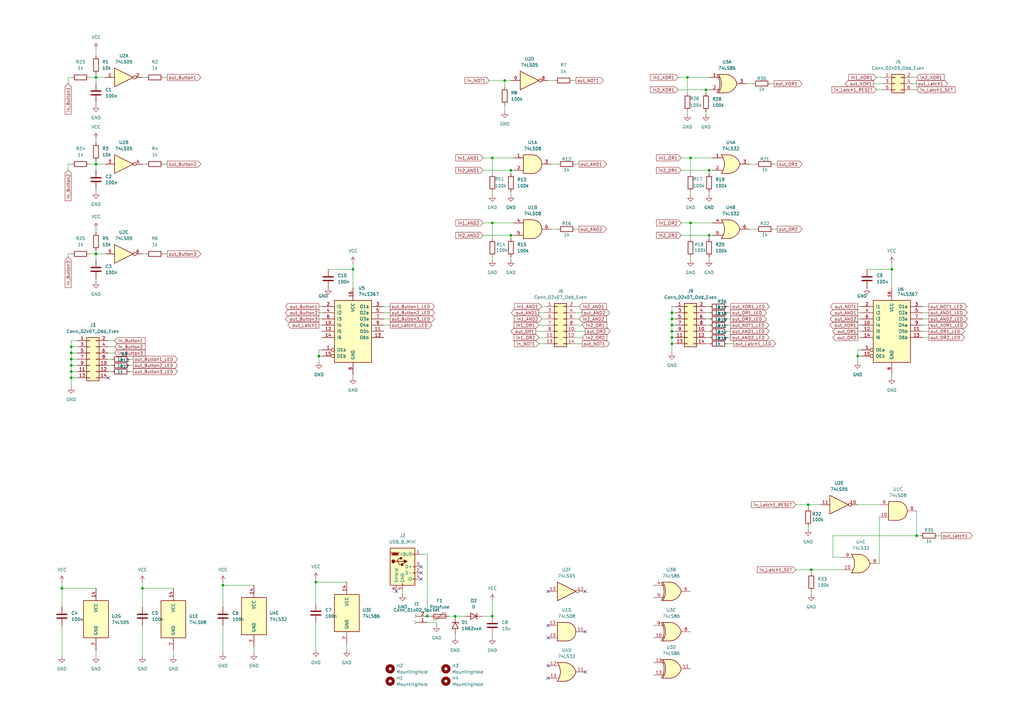
<source format=kicad_sch>
(kicad_sch (version 20231120) (generator "eeschema") (generator_version "8.0")
  (paper "A3")
  (title_block (title "Logic Board") (date "2025-04-17") (rev "027/00") (company "redlabs.de"))
  (junction (at 29.21 152.4))
  (junction (at 207.01 33.02))
  (junction (at 175.26 252.73))
  (junction (at 209.55 69.85))
  (junction (at 201.93 252.73))
  (junction (at 209.55 96.52))
  (junction (at 275.59 133.35))
  (junction (at 29.21 144.78))
  (junction (at 275.59 140.97))
  (junction (at 331.47 207.01))
  (junction (at 186.69 252.73))
  (junction (at 29.21 142.24))
  (junction (at 29.21 149.86))
  (junction (at 130.81 146.05))
  (junction (at 25.4 241.3))
  (junction (at 39.37 31.75))
  (junction (at 58.42 241.3))
  (junction (at 375.92 219.71))
  (junction (at 283.21 91.44))
  (junction (at 201.93 64.77))
  (junction (at 39.37 67.31))
  (junction (at 290.83 69.85))
  (junction (at 275.59 128.27))
  (junction (at 289.56 36.83))
  (junction (at 275.59 135.89))
  (junction (at 365.76 110.49))
  (junction (at 275.59 130.81))
  (junction (at 129.54 238.76))
  (junction (at 144.78 110.49))
  (junction (at 281.94 31.75))
  (junction (at 29.21 147.32))
  (junction (at 29.21 154.94))
  (junction (at 39.37 104.14))
  (junction (at 283.21 64.77))
  (junction (at 351.79 146.05))
  (junction (at 201.93 91.44))
  (junction (at 91.44 240.03))
  (junction (at 275.59 138.43))
  (junction (at 332.74 233.68))
  (junction (at 290.83 96.52))
  (no_connect (at 172.72 237.49))
  (no_connect (at 240.03 242.57))
  (no_connect (at 162.56 242.57))
  (no_connect (at 224.79 273.05))
  (no_connect (at 224.79 261.62))
  (no_connect (at 224.79 278.13))
  (no_connect (at 172.72 234.95))
  (no_connect (at 240.03 259.08))
  (no_connect (at 240.03 275.59))
  (no_connect (at 224.79 242.57))
  (no_connect (at 224.79 256.54))
  (no_connect (at 172.72 232.41))
  (no_connect (at 44.45 154.94))
  (wire (pts (xy 290.83 133.35) (xy 289.56 133.35)))
  (wire (pts (xy 91.44 240.03) (xy 91.44 248.92)))
  (wire (pts (xy 290.83 69.85) (xy 290.83 71.12)))
  (wire (pts (xy 374.65 34.29) (xy 375.92 34.29)))
  (wire (pts (xy 29.21 152.4) (xy 29.21 154.94)))
  (wire (pts (xy 226.06 67.31) (xy 228.6 67.31)))
  (wire (pts (xy 375.92 219.71) (xy 341.63 219.71)))
  (wire (pts (xy 353.06 143.51) (xy 351.79 143.51)))
  (wire (pts (xy 27.94 31.75) (xy 27.94 34.29)))
  (wire (pts (xy 279.4 91.44) (xy 283.21 91.44)))
  (wire (pts (xy 281.94 31.75) (xy 290.83 31.75)))
  (wire (pts (xy 289.56 46.99) (xy 289.56 45.72)))
  (wire (pts (xy 378.46 128.27) (xy 381 128.27)))
  (wire (pts (xy 209.55 96.52) (xy 209.55 97.79)))
  (wire (pts (xy 289.56 36.83) (xy 290.83 36.83)))
  (wire (pts (xy 31.75 144.78) (xy 29.21 144.78)))
  (wire (pts (xy 31.75 149.86) (xy 29.21 149.86)))
  (wire (pts (xy 157.48 128.27) (xy 160.02 128.27)))
  (wire (pts (xy 31.75 154.94) (xy 29.21 154.94)))
  (wire (pts (xy 289.56 140.97) (xy 290.83 140.97)))
  (wire (pts (xy 236.22 130.81) (xy 237.49 130.81)))
  (wire (pts (xy 54.61 149.86) (xy 53.34 149.86)))
  (wire (pts (xy 179.07 256.54) (xy 179.07 255.27)))
  (wire (pts (xy 375.92 209.55) (xy 375.92 219.71)))
  (wire (pts (xy 306.07 34.29) (xy 308.61 34.29)))
  (wire (pts (xy 317.5 67.31) (xy 318.77 67.31)))
  (wire (pts (xy 307.34 93.98) (xy 309.88 93.98)))
  (wire (pts (xy 130.81 143.51) (xy 130.81 146.05)))
  (wire (pts (xy 331.47 207.01) (xy 331.47 208.28)))
  (wire (pts (xy 226.06 93.98) (xy 228.6 93.98)))
  (wire (pts (xy 289.56 36.83) (xy 289.56 38.1)))
  (wire (pts (xy 130.81 146.05) (xy 132.08 146.05)))
  (wire (pts (xy 129.54 237.49) (xy 129.54 238.76)))
  (wire (pts (xy 54.61 147.32) (xy 53.34 147.32)))
  (wire (pts (xy 39.37 41.91) (xy 39.37 43.18)))
  (wire (pts (xy 290.83 138.43) (xy 289.56 138.43)))
  (wire (pts (xy 198.12 64.77) (xy 201.93 64.77)))
  (wire (pts (xy 290.83 96.52) (xy 290.83 97.79)))
  (wire (pts (xy 219.71 135.89) (xy 223.52 135.89)))
  (wire (pts (xy 298.45 140.97) (xy 300.99 140.97)))
  (wire (pts (xy 39.37 57.15) (xy 39.37 58.42)))
  (wire (pts (xy 144.78 107.95) (xy 144.78 110.49)))
  (wire (pts (xy 209.55 96.52) (xy 210.82 96.52)))
  (wire (pts (xy 91.44 256.54) (xy 91.44 267.97)))
  (wire (pts (xy 290.83 106.68) (xy 290.83 105.41)))
  (wire (pts (xy 175.26 227.33) (xy 175.26 252.73)))
  (wire (pts (xy 378.46 135.89) (xy 381 135.89)))
  (wire (pts (xy 39.37 266.7) (xy 39.37 269.24)))
  (wire (pts (xy 298.45 128.27) (xy 299.72 128.27)))
  (wire (pts (xy 222.25 125.73) (xy 223.52 125.73)))
  (wire (pts (xy 29.21 142.24) (xy 29.21 144.78)))
  (wire (pts (xy 317.5 93.98) (xy 318.77 93.98)))
  (wire (pts (xy 351.79 143.51) (xy 351.79 146.05)))
  (wire (pts (xy 283.21 91.44) (xy 292.1 91.44)))
  (wire (pts (xy 290.83 96.52) (xy 292.1 96.52)))
  (wire (pts (xy 58.42 31.75) (xy 59.69 31.75)))
  (wire (pts (xy 331.47 217.17) (xy 331.47 215.9)))
  (wire (pts (xy 351.79 138.43) (xy 353.06 138.43)))
  (wire (pts (xy 290.83 80.01) (xy 290.83 78.74)))
  (wire (pts (xy 207.01 45.72) (xy 207.01 43.18)))
  (wire (pts (xy 279.4 69.85) (xy 290.83 69.85)))
  (wire (pts (xy 279.4 96.52) (xy 290.83 96.52)))
  (wire (pts (xy 44.45 149.86) (xy 45.72 149.86)))
  (wire (pts (xy 298.45 133.35) (xy 299.72 133.35)))
  (wire (pts (xy 351.79 135.89) (xy 353.06 135.89)))
  (wire (pts (xy 275.59 140.97) (xy 275.59 144.78)))
  (wire (pts (xy 276.86 140.97) (xy 275.59 140.97)))
  (wire (pts (xy 220.98 128.27) (xy 223.52 128.27)))
  (wire (pts (xy 365.76 107.95) (xy 365.76 110.49)))
  (wire (pts (xy 58.42 238.76) (xy 58.42 241.3)))
  (wire (pts (xy 201.93 106.68) (xy 201.93 105.41)))
  (wire (pts (xy 355.6 110.49) (xy 365.76 110.49)))
  (wire (pts (xy 31.75 147.32) (xy 29.21 147.32)))
  (wire (pts (xy 144.78 110.49) (xy 144.78 118.11)))
  (wire (pts (xy 360.68 212.09) (xy 360.68 231.14)))
  (wire (pts (xy 39.37 67.31) (xy 43.18 67.31)))
  (wire (pts (xy 209.55 69.85) (xy 209.55 71.12)))
  (wire (pts (xy 39.37 77.47) (xy 39.37 78.74)))
  (wire (pts (xy 298.45 125.73) (xy 299.72 125.73)))
  (wire (pts (xy 39.37 31.75) (xy 43.18 31.75)))
  (wire (pts (xy 54.61 152.4) (xy 53.34 152.4)))
  (wire (pts (xy 31.75 152.4) (xy 29.21 152.4)))
  (wire (pts (xy 351.79 130.81) (xy 353.06 130.81)))
  (wire (pts (xy 39.37 104.14) (xy 43.18 104.14)))
  (wire (pts (xy 39.37 66.04) (xy 39.37 67.31)))
  (wire (pts (xy 130.81 125.73) (xy 132.08 125.73)))
  (wire (pts (xy 290.83 135.89) (xy 289.56 135.89)))
  (wire (pts (xy 316.23 34.29) (xy 317.5 34.29)))
  (wire (pts (xy 351.79 128.27) (xy 353.06 128.27)))
  (wire (pts (xy 58.42 241.3) (xy 58.42 248.92)))
  (wire (pts (xy 283.21 106.68) (xy 283.21 105.41)))
  (wire (pts (xy 201.93 246.38) (xy 201.93 252.73)))
  (wire (pts (xy 275.59 128.27) (xy 275.59 130.81)))
  (wire (pts (xy 157.48 130.81) (xy 160.02 130.81)))
  (wire (pts (xy 281.94 38.1) (xy 281.94 31.75)))
  (wire (pts (xy 236.22 125.73) (xy 237.49 125.73)))
  (wire (pts (xy 222.25 130.81) (xy 223.52 130.81)))
  (wire (pts (xy 25.4 241.3) (xy 39.37 241.3)))
  (wire (pts (xy 358.14 34.29) (xy 361.95 34.29)))
  (wire (pts (xy 289.56 130.81) (xy 290.83 130.81)))
  (wire (pts (xy 276.86 138.43) (xy 275.59 138.43)))
  (wire (pts (xy 351.79 133.35) (xy 353.06 133.35)))
  (wire (pts (xy 39.37 30.48) (xy 39.37 31.75)))
  (wire (pts (xy 331.47 207.01) (xy 336.55 207.01)))
  (wire (pts (xy 184.15 252.73) (xy 186.69 252.73)))
  (wire (pts (xy 58.42 256.54) (xy 58.42 269.24)))
  (wire (pts (xy 351.79 146.05) (xy 353.06 146.05)))
  (wire (pts (xy 209.55 69.85) (xy 210.82 69.85)))
  (wire (pts (xy 39.37 67.31) (xy 39.37 69.85)))
  (wire (pts (xy 278.13 36.83) (xy 289.56 36.83)))
  (wire (pts (xy 341.63 228.6) (xy 345.44 228.6)))
  (wire (pts (xy 236.22 133.35) (xy 238.76 133.35)))
  (wire (pts (xy 39.37 114.3) (xy 39.37 115.57)))
  (wire (pts (xy 36.83 31.75) (xy 39.37 31.75)))
  (wire (pts (xy 31.75 142.24) (xy 29.21 142.24)))
  (wire (pts (xy 283.21 71.12) (xy 283.21 64.77)))
  (wire (pts (xy 186.69 252.73) (xy 190.5 252.73)))
  (wire (pts (xy 201.93 71.12) (xy 201.93 64.77)))
  (wire (pts (xy 236.22 138.43) (xy 238.76 138.43)))
  (wire (pts (xy 378.46 133.35) (xy 381 133.35)))
  (wire (pts (xy 384.81 219.71) (xy 386.08 219.71)))
  (wire (pts (xy 236.22 135.89) (xy 240.03 135.89)))
  (wire (pts (xy 359.41 36.83) (xy 361.95 36.83)))
  (wire (pts (xy 44.45 139.7) (xy 46.99 139.7)))
  (wire (pts (xy 31.75 139.7) (xy 29.21 139.7)))
  (wire (pts (xy 67.31 104.14) (xy 68.58 104.14)))
  (wire (pts (xy 25.4 238.76) (xy 25.4 241.3)))
  (wire (pts (xy 201.93 91.44) (xy 210.82 91.44)))
  (wire (pts (xy 29.21 154.94) (xy 29.21 158.75)))
  (wire (pts (xy 359.41 31.75) (xy 361.95 31.75)))
  (wire (pts (xy 332.74 233.68) (xy 332.74 234.95)))
  (wire (pts (xy 332.74 233.68) (xy 345.44 233.68)))
  (wire (pts (xy 275.59 130.81) (xy 275.59 133.35)))
  (wire (pts (xy 91.44 238.76) (xy 91.44 240.03)))
  (wire (pts (xy 275.59 138.43) (xy 275.59 140.97)))
  (wire (pts (xy 198.12 91.44) (xy 201.93 91.44)))
  (wire (pts (xy 44.45 147.32) (xy 45.72 147.32)))
  (wire (pts (xy 365.76 110.49) (xy 365.76 118.11)))
  (wire (pts (xy 25.4 248.92) (xy 25.4 241.3)))
  (wire (pts (xy 27.94 67.31) (xy 27.94 69.85)))
  (wire (pts (xy 129.54 255.27) (xy 129.54 266.7)))
  (wire (pts (xy 130.81 130.81) (xy 132.08 130.81)))
  (wire (pts (xy 332.74 243.84) (xy 332.74 242.57)))
  (wire (pts (xy 378.46 138.43) (xy 381 138.43)))
  (wire (pts (xy 283.21 80.01) (xy 283.21 78.74)))
  (wire (pts (xy 67.31 67.31) (xy 68.58 67.31)))
  (wire (pts (xy 27.94 104.14) (xy 27.94 105.41)))
  (wire (pts (xy 27.94 31.75) (xy 29.21 31.75)))
  (wire (pts (xy 165.1 242.57) (xy 165.1 243.84)))
  (wire (pts (xy 36.83 67.31) (xy 39.37 67.31)))
  (wire (pts (xy 39.37 93.98) (xy 39.37 95.25)))
  (wire (pts (xy 104.14 265.43) (xy 104.14 267.97)))
  (wire (pts (xy 71.12 266.7) (xy 71.12 269.24)))
  (wire (pts (xy 289.56 128.27) (xy 290.83 128.27)))
  (wire (pts (xy 275.59 125.73) (xy 275.59 128.27)))
  (wire (pts (xy 207.01 33.02) (xy 209.55 33.02)))
  (wire (pts (xy 129.54 238.76) (xy 129.54 247.65)))
  (wire (pts (xy 201.93 97.79) (xy 201.93 91.44)))
  (wire (pts (xy 220.98 133.35) (xy 223.52 133.35)))
  (wire (pts (xy 276.86 128.27) (xy 275.59 128.27)))
  (wire (pts (xy 198.12 252.73) (xy 201.93 252.73)))
  (wire (pts (xy 236.22 140.97) (xy 238.76 140.97)))
  (wire (pts (xy 365.76 153.67) (xy 365.76 154.94)))
  (wire (pts (xy 129.54 238.76) (xy 142.24 238.76)))
  (wire (pts (xy 27.94 67.31) (xy 29.21 67.31)))
  (wire (pts (xy 289.56 125.73) (xy 290.83 125.73)))
  (wire (pts (xy 29.21 139.7) (xy 29.21 142.24)))
  (wire (pts (xy 276.86 133.35) (xy 275.59 133.35)))
  (wire (pts (xy 276.86 135.89) (xy 275.59 135.89)))
  (wire (pts (xy 132.08 143.51) (xy 130.81 143.51)))
  (wire (pts (xy 375.92 219.71) (xy 377.19 219.71)))
  (wire (pts (xy 220.98 140.97) (xy 223.52 140.97)))
  (wire (pts (xy 275.59 135.89) (xy 275.59 138.43)))
  (wire (pts (xy 351.79 125.73) (xy 353.06 125.73)))
  (wire (pts (xy 298.45 130.81) (xy 299.72 130.81)))
  (wire (pts (xy 44.45 142.24) (xy 46.99 142.24)))
  (wire (pts (xy 186.69 260.35) (xy 186.69 261.62)))
  (wire (pts (xy 326.39 207.01) (xy 331.47 207.01)))
  (wire (pts (xy 374.65 36.83) (xy 375.92 36.83)))
  (wire (pts (xy 39.37 20.32) (xy 39.37 22.86)))
  (wire (pts (xy 341.63 219.71) (xy 341.63 228.6)))
  (wire (pts (xy 25.4 256.54) (xy 25.4 269.24)))
  (wire (pts (xy 201.93 80.01) (xy 201.93 78.74)))
  (wire (pts (xy 326.39 233.68) (xy 332.74 233.68)))
  (wire (pts (xy 209.55 106.68) (xy 209.55 105.41)))
  (wire (pts (xy 157.48 125.73) (xy 160.02 125.73)))
  (wire (pts (xy 130.81 148.59) (xy 130.81 146.05)))
  (wire (pts (xy 91.44 240.03) (xy 104.14 240.03)))
  (wire (pts (xy 175.26 252.73) (xy 176.53 252.73)))
  (wire (pts (xy 67.31 31.75) (xy 68.58 31.75)))
  (wire (pts (xy 236.22 128.27) (xy 238.76 128.27)))
  (wire (pts (xy 29.21 144.78) (xy 29.21 147.32)))
  (wire (pts (xy 234.95 33.02) (xy 236.22 33.02)))
  (wire (pts (xy 374.65 31.75) (xy 375.92 31.75)))
  (wire (pts (xy 209.55 80.01) (xy 209.55 78.74)))
  (wire (pts (xy 144.78 153.67) (xy 144.78 154.94)))
  (wire (pts (xy 198.12 69.85) (xy 209.55 69.85)))
  (wire (pts (xy 298.45 135.89) (xy 299.72 135.89)))
  (wire (pts (xy 236.22 67.31) (xy 237.49 67.31)))
  (wire (pts (xy 378.46 130.81) (xy 381 130.81)))
  (wire (pts (xy 281.94 46.99) (xy 281.94 45.72)))
  (wire (pts (xy 44.45 144.78) (xy 46.99 144.78)))
  (wire (pts (xy 224.79 33.02) (xy 227.33 33.02)))
  (wire (pts (xy 27.94 104.14) (xy 29.21 104.14)))
  (wire (pts (xy 207.01 35.56) (xy 207.01 33.02)))
  (wire (pts (xy 351.79 148.59) (xy 351.79 146.05)))
  (wire (pts (xy 276.86 130.81) (xy 275.59 130.81)))
  (wire (pts (xy 201.93 260.35) (xy 201.93 261.62)))
  (wire (pts (xy 283.21 64.77) (xy 292.1 64.77)))
  (wire (pts (xy 307.34 67.31) (xy 309.88 67.31)))
  (wire (pts (xy 220.98 138.43) (xy 223.52 138.43)))
  (wire (pts (xy 142.24 264.16) (xy 142.24 266.7)))
  (wire (pts (xy 39.37 104.14) (xy 39.37 106.68)))
  (wire (pts (xy 29.21 149.86) (xy 29.21 152.4)))
  (wire (pts (xy 236.22 93.98) (xy 237.49 93.98)))
  (wire (pts (xy 200.66 33.02) (xy 207.01 33.02)))
  (wire (pts (xy 130.81 133.35) (xy 132.08 133.35)))
  (wire (pts (xy 275.59 133.35) (xy 275.59 135.89)))
  (wire (pts (xy 44.45 152.4) (xy 45.72 152.4)))
  (wire (pts (xy 378.46 125.73) (xy 381 125.73)))
  (wire (pts (xy 36.83 104.14) (xy 39.37 104.14)))
  (wire (pts (xy 279.4 64.77) (xy 283.21 64.77)))
  (wire (pts (xy 39.37 31.75) (xy 39.37 34.29)))
  (wire (pts (xy 298.45 138.43) (xy 299.72 138.43)))
  (wire (pts (xy 172.72 227.33) (xy 175.26 227.33)))
  (wire (pts (xy 130.81 128.27) (xy 132.08 128.27)))
  (wire (pts (xy 29.21 147.32) (xy 29.21 149.86)))
  (wire (pts (xy 276.86 125.73) (xy 275.59 125.73)))
  (wire (pts (xy 134.62 110.49) (xy 144.78 110.49)))
  (wire (pts (xy 157.48 133.35) (xy 160.02 133.35)))
  (wire (pts (xy 58.42 241.3) (xy 71.12 241.3)))
  (wire (pts (xy 201.93 64.77) (xy 210.82 64.77)))
  (wire (pts (xy 278.13 31.75) (xy 281.94 31.75)))
  (wire (pts (xy 58.42 104.14) (xy 59.69 104.14)))
  (wire (pts (xy 58.42 67.31) (xy 59.69 67.31)))
  (wire (pts (xy 290.83 69.85) (xy 292.1 69.85)))
  (wire (pts (xy 351.79 207.01) (xy 360.68 207.01)))
  (wire (pts (xy 39.37 102.87) (xy 39.37 104.14)))
  (wire (pts (xy 175.26 255.27) (xy 179.07 255.27)))
  (wire (pts (xy 198.12 96.52) (xy 209.55 96.52)))
  (wire (pts (xy 283.21 97.79) (xy 283.21 91.44)))
  (global_label "out_NOT1" (shape output) (at 236.22 33.02 0) (property "Intersheetrefs" "${INTERSHEET_REFS}" (effects (hide yes))))
  (global_label "in1_OR1" (shape input) (at 220.98 133.35 180) (property "Intersheetrefs" "${INTERSHEET_REFS}" (effects (hide yes))))
  (global_label "out_Latch1_LED" (shape output) (at 300.99 140.97 0) (property "Intersheetrefs" "${INTERSHEET_REFS}" (effects (hide yes))))
  (global_label "out_Button1" (shape output) (at 130.81 125.73 180) (property "Intersheetrefs" "${INTERSHEET_REFS}" (effects (hide yes))))
  (global_label "out_XOR1" (shape output) (at 317.5 34.29 0) (property "Intersheetrefs" "${INTERSHEET_REFS}" (effects (hide yes))))
  (global_label "out_Button1" (shape output) (at 68.58 31.75 0) (property "Intersheetrefs" "${INTERSHEET_REFS}" (effects (hide yes))))
  (global_label "out_AND2" (shape output) (at 351.79 130.81 180) (property "Intersheetrefs" "${INTERSHEET_REFS}" (effects (hide yes))))
  (global_label "out_Button2" (shape output) (at 68.58 67.31 0) (property "Intersheetrefs" "${INTERSHEET_REFS}" (effects (hide yes))))
  (global_label "in2_AND2" (shape input) (at 198.12 96.52 180) (property "Intersheetrefs" "${INTERSHEET_REFS}" (effects (hide yes))))
  (global_label "out_OR2_LED" (shape output) (at 299.72 130.81 0) (property "Intersheetrefs" "${INTERSHEET_REFS}" (effects (hide yes))))
  (global_label "in_Latch1_SET" (shape input) (at 326.39 233.68 180) (property "Intersheetrefs" "${INTERSHEET_REFS}" (effects (hide yes))))
  (global_label "out_AND1" (shape output) (at 351.79 128.27 180) (property "Intersheetrefs" "${INTERSHEET_REFS}" (effects (hide yes))))
  (global_label "in1_AND1" (shape input) (at 222.25 125.73 180) (property "Intersheetrefs" "${INTERSHEET_REFS}" (effects (hide yes))))
  (global_label "in_Button2" (shape input) (at 27.94 69.85 270) (property "Intersheetrefs" "${INTERSHEET_REFS}" (effects (hide yes))))
  (global_label "out_XOR1" (shape output) (at 358.14 34.29 180) (property "Intersheetrefs" "${INTERSHEET_REFS}" (effects (hide yes))))
  (global_label "out_AND2_LED" (shape output) (at 381 130.81 0) (property "Intersheetrefs" "${INTERSHEET_REFS}" (effects (hide yes))))
  (global_label "in1_XOR1" (shape input) (at 278.13 31.75 180) (property "Intersheetrefs" "${INTERSHEET_REFS}" (effects (hide yes))))
  (global_label "out_XOR1_LED" (shape output) (at 381 133.35 0) (property "Intersheetrefs" "${INTERSHEET_REFS}" (effects (hide yes))))
  (global_label "out_OR2" (shape output) (at 351.79 138.43 180) (property "Intersheetrefs" "${INTERSHEET_REFS}" (effects (hide yes))))
  (global_label "out_Button2" (shape output) (at 130.81 128.27 180) (property "Intersheetrefs" "${INTERSHEET_REFS}" (effects (hide yes))))
  (global_label "in1_AND2" (shape input) (at 222.25 130.81 180) (property "Intersheetrefs" "${INTERSHEET_REFS}" (effects (hide yes))))
  (global_label "out_AND2_LED" (shape output) (at 299.72 138.43 0) (property "Intersheetrefs" "${INTERSHEET_REFS}" (effects (hide yes))))
  (global_label "in2_OR1" (shape input) (at 279.4 69.85 180) (property "Intersheetrefs" "${INTERSHEET_REFS}" (effects (hide yes))))
  (global_label "out_Button2_LED" (shape output) (at 54.61 149.86 0) (property "Intersheetrefs" "${INTERSHEET_REFS}" (effects (hide yes))))
  (global_label "in1_AND1" (shape input) (at 198.12 64.77 180) (property "Intersheetrefs" "${INTERSHEET_REFS}" (effects (hide yes))))
  (global_label "out_Button3" (shape output) (at 68.58 104.14 0) (property "Intersheetrefs" "${INTERSHEET_REFS}" (effects (hide yes))))
  (global_label "out_AND1" (shape output) (at 237.49 67.31 0) (property "Intersheetrefs" "${INTERSHEET_REFS}" (effects (hide yes))))
  (global_label "in2_XOR1" (shape input) (at 278.13 36.83 180) (property "Intersheetrefs" "${INTERSHEET_REFS}" (effects (hide yes))))
  (global_label "in2_OR2" (shape input) (at 238.76 138.43 0) (property "Intersheetrefs" "${INTERSHEET_REFS}" (effects (hide yes))))
  (global_label "in2_AND1" (shape input) (at 198.12 69.85 180) (property "Intersheetrefs" "${INTERSHEET_REFS}" (effects (hide yes))))
  (global_label "out_OR1" (shape output) (at 219.71 135.89 180) (property "Intersheetrefs" "${INTERSHEET_REFS}" (effects (hide yes))))
  (global_label "in_NOT1" (shape input) (at 220.98 140.97 180) (property "Intersheetrefs" "${INTERSHEET_REFS}" (effects (hide yes))))
  (global_label "in2_OR2" (shape input) (at 279.4 96.52 180) (property "Intersheetrefs" "${INTERSHEET_REFS}" (effects (hide yes))))
  (global_label "out_OR2" (shape output) (at 318.77 93.98 0) (property "Intersheetrefs" "${INTERSHEET_REFS}" (effects (hide yes))))
  (global_label "out_OR1" (shape output) (at 351.79 135.89 180) (property "Intersheetrefs" "${INTERSHEET_REFS}" (effects (hide yes))))
  (global_label "out_Latch1" (shape output) (at 375.92 34.29 0) (property "Intersheetrefs" "${INTERSHEET_REFS}" (effects (hide yes))))
  (global_label "in_Latch1_SET" (shape input) (at 375.92 36.83 0) (property "Intersheetrefs" "${INTERSHEET_REFS}" (effects (hide yes))))
  (global_label "out_Button2_LED" (shape output) (at 160.02 128.27 0) (property "Intersheetrefs" "${INTERSHEET_REFS}" (effects (hide yes))))
  (global_label "out_AND1" (shape output) (at 220.98 128.27 180) (property "Intersheetrefs" "${INTERSHEET_REFS}" (effects (hide yes))))
  (global_label "out_AND1_LED" (shape output) (at 381 128.27 0) (property "Intersheetrefs" "${INTERSHEET_REFS}" (effects (hide yes))))
  (global_label "out_Button1_LED" (shape output) (at 54.61 147.32 0) (property "Intersheetrefs" "${INTERSHEET_REFS}" (effects (hide yes))))
  (global_label "out_AND2" (shape output) (at 238.76 128.27 0) (property "Intersheetrefs" "${INTERSHEET_REFS}" (effects (hide yes))))
  (global_label "in_Latch1_RESET" (shape input) (at 359.41 36.83 180) (property "Intersheetrefs" "${INTERSHEET_REFS}" (effects (hide yes))))
  (global_label "out_XOR1" (shape output) (at 351.79 133.35 180) (property "Intersheetrefs" "${INTERSHEET_REFS}" (effects (hide yes))))
  (global_label "in_NOT1" (shape input) (at 200.66 33.02 180) (property "Intersheetrefs" "${INTERSHEET_REFS}" (effects (hide yes))))
  (global_label "out_Latch1" (shape output) (at 386.08 219.71 0) (property "Intersheetrefs" "${INTERSHEET_REFS}" (effects (hide yes))))
  (global_label "in_Button3" (shape input) (at 46.99 144.78 0) (property "Intersheetrefs" "${INTERSHEET_REFS}" (effects (hide yes))))
  (global_label "in2_AND2" (shape input) (at 237.49 130.81 0) (property "Intersheetrefs" "${INTERSHEET_REFS}" (effects (hide yes))))
  (global_label "out_NOT1_LED" (shape output) (at 299.72 133.35 0) (property "Intersheetrefs" "${INTERSHEET_REFS}" (effects (hide yes))))
  (global_label "out_AND2" (shape output) (at 237.49 93.98 0) (property "Intersheetrefs" "${INTERSHEET_REFS}" (effects (hide yes))))
  (global_label "in1_XOR1" (shape input) (at 359.41 31.75 180) (property "Intersheetrefs" "${INTERSHEET_REFS}" (effects (hide yes))))
  (global_label "in1_OR2" (shape input) (at 279.4 91.44 180) (property "Intersheetrefs" "${INTERSHEET_REFS}" (effects (hide yes))))
  (global_label "out_AND1_LED" (shape output) (at 299.72 135.89 0) (property "Intersheetrefs" "${INTERSHEET_REFS}" (effects (hide yes))))
  (global_label "in2_OR1" (shape input) (at 238.76 133.35 0) (property "Intersheetrefs" "${INTERSHEET_REFS}" (effects (hide yes))))
  (global_label "in1_OR1" (shape input) (at 279.4 64.77 180) (property "Intersheetrefs" "${INTERSHEET_REFS}" (effects (hide yes))))
  (global_label "out_XOR1_LED" (shape output) (at 299.72 125.73 0) (property "Intersheetrefs" "${INTERSHEET_REFS}" (effects (hide yes))))
  (global_label "in_Button1" (shape input) (at 46.99 139.7 0) (property "Intersheetrefs" "${INTERSHEET_REFS}" (effects (hide yes))))
  (global_label "in2_XOR1" (shape input) (at 375.92 31.75 0) (property "Intersheetrefs" "${INTERSHEET_REFS}" (effects (hide yes))))
  (global_label "in_Button2" (shape input) (at 46.99 142.24 0) (property "Intersheetrefs" "${INTERSHEET_REFS}" (effects (hide yes))))
  (global_label "in2_AND1" (shape input) (at 237.49 125.73 0) (property "Intersheetrefs" "${INTERSHEET_REFS}" (effects (hide yes))))
  (global_label "out_OR1_LED" (shape output) (at 299.72 128.27 0) (property "Intersheetrefs" "${INTERSHEET_REFS}" (effects (hide yes))))
  (global_label "in_Latch1_RESET" (shape input) (at 326.39 207.01 180) (property "Intersheetrefs" "${INTERSHEET_REFS}" (effects (hide yes))))
  (global_label "out_Button3_LED" (shape output) (at 54.61 152.4 0) (property "Intersheetrefs" "${INTERSHEET_REFS}" (effects (hide yes))))
  (global_label "out_NOT1_LED" (shape output) (at 381 125.73 0) (property "Intersheetrefs" "${INTERSHEET_REFS}" (effects (hide yes))))
  (global_label "out_NOT1" (shape output) (at 351.79 125.73 180) (property "Intersheetrefs" "${INTERSHEET_REFS}" (effects (hide yes))))
  (global_label "in1_AND2" (shape input) (at 198.12 91.44 180) (property "Intersheetrefs" "${INTERSHEET_REFS}" (effects (hide yes))))
  (global_label "out_Button3_LED" (shape output) (at 160.02 130.81 0) (property "Intersheetrefs" "${INTERSHEET_REFS}" (effects (hide yes))))
  (global_label "out_Button1_LED" (shape output) (at 160.02 125.73 0) (property "Intersheetrefs" "${INTERSHEET_REFS}" (effects (hide yes))))
  (global_label "out_Latch1_LED" (shape output) (at 160.02 133.35 0) (property "Intersheetrefs" "${INTERSHEET_REFS}" (effects (hide yes))))
  (global_label "in1_OR2" (shape input) (at 220.98 138.43 180) (property "Intersheetrefs" "${INTERSHEET_REFS}" (effects (hide yes))))
  (global_label "out_OR1_LED" (shape output) (at 381 135.89 0) (property "Intersheetrefs" "${INTERSHEET_REFS}" (effects (hide yes))))
  (global_label "out_OR2_LED" (shape output) (at 381 138.43 0) (property "Intersheetrefs" "${INTERSHEET_REFS}" (effects (hide yes))))
  (global_label "in_Button1" (shape input) (at 27.94 34.29 270) (property "Intersheetrefs" "${INTERSHEET_REFS}" (effects (hide yes))))
  (global_label "out_Button3" (shape output) (at 130.81 130.81 180) (property "Intersheetrefs" "${INTERSHEET_REFS}" (effects (hide yes))))
  (global_label "in_Button3" (shape input) (at 27.94 105.41 270) (property "Intersheetrefs" "${INTERSHEET_REFS}" (effects (hide yes))))
  (global_label "out_OR2" (shape output) (at 240.03 135.89 0) (property "Intersheetrefs" "${INTERSHEET_REFS}" (effects (hide yes))))
  (global_label "out_OR1" (shape output) (at 318.77 67.31 0) (property "Intersheetrefs" "${INTERSHEET_REFS}" (effects (hide yes))))
  (global_label "out_NOT1" (shape output) (at 238.76 140.97 0) (property "Intersheetrefs" "${INTERSHEET_REFS}" (effects (hide yes))))
  (global_label "out_Latch1" (shape output) (at 130.81 133.35 180) (property "Intersheetrefs" "${INTERSHEET_REFS}" (effects (hide yes))))
  (symbol (lib_id "Device:C") (at 58.42 252.73 0) (unit 1)
    (property "Reference" "C5" (at 62.23 251.4599 0) (effects (justify left)))
    (property "Value" "100n" (at 62.23 253.9999 0) (effects (justify left)))
    (property "Footprint" "Capacitor_THT:C_Disc_D3.0mm_W2.0mm_P2.50mm" (effects (hide yes)))
    (property "Description" "Unpolarized capacitor" (effects (hide yes)))
  )
  (symbol (lib_id "74xx:74LS05") (at 50.8 31.75 0) (unit 1)
    (property "Reference" "U2" (at 50.8 22.86 0))
    (property "Value" "74LS05" (at 50.8 25.4 0))
    (property "Footprint" "Package_DIP:DIP-14_W7.62mm_LongPads" (effects (hide yes)))
    (property "Datasheet" "http://www.ti.com/lit/gpn/sn74LS05" (effects (hide yes)))
    (property "Description" "Inverter Open Collect" (effects (hide yes)))
  )
  (symbol (lib_id "Device:R") (at 232.41 93.98 90) (unit 1)
    (property "Reference" "R16" (at 232.41 91.694 90))
    (property "Value" "1k" (at 232.41 96.266 90))
    (property "Footprint" "Resistor_THT:R_Axial_DIN0207_L6.3mm_D2.5mm_P10.16mm_Horizontal" (effects (hide yes)))
    (property "Description" "Resistor" (effects (hide yes)))
  )
  (symbol (lib_id "74xx:74LS32") (at 353.06 231.14 0) (unit 3)
    (property "Reference" "U4" (at 353.06 222.25 0))
    (property "Value" "74LS32" (at 353.06 224.79 0))
    (property "Footprint" "Package_DIP:DIP-14_W7.62mm_LongPads" (effects (hide yes)))
    (property "Datasheet" "http://www.ti.com/lit/gpn/sn74LS32" (effects (hide yes)))
    (property "Description" "Quad 2-input OR" (effects (hide yes)))
  )
  (symbol (lib_id "74xx:74LS08") (at 218.44 93.98 0) (unit 2)
    (property "Reference" "U1" (at 218.4317 85.09 0))
    (property "Value" "74LS08" (at 218.4317 87.63 0))
    (property "Footprint" "Package_DIP:DIP-14_W7.62mm_LongPads" (effects (hide yes)))
    (property "Datasheet" "http://www.ti.com/lit/gpn/sn74LS08" (effects (hide yes)))
    (property "Description" "Quad And2" (effects (hide yes)))
  )
  (symbol (lib_id "74xx:74LS86") (at 142.24 251.46 0) (unit 5)
    (property "Reference" "U3" (at 148.59 250.1899 0) (effects (justify left)))
    (property "Value" "74LS86" (at 148.59 252.7299 0) (effects (justify left)))
    (property "Footprint" "Package_DIP:DIP-14_W7.62mm_LongPads" (effects (hide yes)))
    (property "Datasheet" "74xx/74ls86.pdf" (effects (hide yes)))
    (property "Description" "Quad 2-input XOR" (effects (hide yes)))
  )
  (symbol (lib_id "74xx:74LS367") (at 365.76 135.89 0) (unit 1)
    (property "Reference" "U6" (at 368.046 118.618 0) (effects (justify left)))
    (property "Value" "74LS367" (at 367.9541 120.65 0) (effects (justify left)))
    (property "Footprint" "Package_DIP:DIP-16_W7.62mm_LongPads" (effects (hide yes)))
    (property "Datasheet" "http://www.ti.com/lit/gpn/sn74LS367" (effects (hide yes)))
    (property "Description" "Hex Bus Driver 3-state outputs" (effects (hide yes)))
  )
  (symbol (lib_id "Device:C") (at 39.37 73.66 0) (unit 1)
    (property "Reference" "C2" (at 43.18 72.3899 0) (effects (justify left)))
    (property "Value" "100n" (at 43.18 74.9299 0) (effects (justify left)))
    (property "Footprint" "Capacitor_THT:C_Disc_D3.0mm_W2.0mm_P2.50mm" (effects (hide yes)))
    (property "Description" "Unpolarized capacitor" (effects (hide yes)))
  )
  (symbol (lib_id "74xx:74LS08") (at 368.3 209.55 0) (unit 3)
    (property "Reference" "U1" (at 368.2917 200.66 0))
    (property "Value" "74LS08" (at 368.2917 203.2 0))
    (property "Footprint" "Package_DIP:DIP-14_W7.62mm_LongPads" (effects (hide yes)))
    (property "Datasheet" "http://www.ti.com/lit/gpn/sn74LS08" (effects (hide yes)))
    (property "Description" "Quad And2" (effects (hide yes)))
  )
  (symbol (lib_id "74xx:74LS32") (at 104.14 252.73 0) (unit 5)
    (property "Reference" "U4" (at 110.49 251.4599 0) (effects (justify left)))
    (property "Value" "74LS32" (at 110.49 253.9999 0) (effects (justify left)))
    (property "Footprint" "Package_DIP:DIP-14_W7.62mm_LongPads" (effects (hide yes)))
    (property "Datasheet" "http://www.ti.com/lit/gpn/sn74LS32" (effects (hide yes)))
    (property "Description" "Quad 2-input OR" (effects (hide yes)))
  )
  (symbol (lib_id "power:GND") (at 201.93 261.62 0) (unit 1)
    (property "Reference" "#PWR039" (effects (hide yes)))
    (property "Value" "GND" (at 201.93 266.7 0))
    (property "Description" "Power symbol creates a global label with name \"GND\" , ground" (effects (hide yes)))
  )
  (symbol (lib_id "Device:R") (at 313.69 93.98 90) (unit 1)
    (property "Reference" "R22" (at 313.69 91.694 90))
    (property "Value" "1k" (at 313.69 96.266 90))
    (property "Footprint" "Resistor_THT:R_Axial_DIN0207_L6.3mm_D2.5mm_P10.16mm_Horizontal" (effects (hide yes)))
    (property "Description" "Resistor" (effects (hide yes)))
  )
  (symbol (lib_id "power:GND") (at 355.6 118.11 0) (unit 1)
    (property "Reference" "#PWR03" (effects (hide yes)))
    (property "Value" "GND" (at 353.568 121.412 0))
    (property "Description" "Power symbol creates a global label with name \"GND\" , ground" (effects (hide yes)))
  )
  (symbol (lib_id "Device:R") (at 289.56 41.91 180) (unit 1)
    (property "Reference" "R28" (at 292.1 40.6399 0) (effects (justify right)))
    (property "Value" "100k" (at 292.1 43.1799 0) (effects (justify right)))
    (property "Footprint" "Resistor_THT:R_Axial_DIN0207_L6.3mm_D2.5mm_P10.16mm_Horizontal" (effects (hide yes)))
    (property "Description" "Resistor" (effects (hide yes)))
  )
  (symbol (lib_id "Device:R") (at 209.55 74.93 180) (unit 1)
    (property "Reference" "R13" (at 212.09 73.6599 0) (effects (justify right)))
    (property "Value" "100k" (at 212.09 76.1999 0) (effects (justify right)))
    (property "Footprint" "Resistor_THT:R_Axial_DIN0207_L6.3mm_D2.5mm_P10.16mm_Horizontal" (effects (hide yes)))
    (property "Description" "Resistor" (effects (hide yes)))
  )
  (symbol (lib_id "Device:R") (at 332.74 238.76 180) (unit 1)
    (property "Reference" "R33" (at 335.28 237.4899 0) (effects (justify right)))
    (property "Value" "100k" (at 335.28 240.0299 0) (effects (justify right)))
    (property "Footprint" "Resistor_THT:R_Axial_DIN0207_L6.3mm_D2.5mm_P10.16mm_Horizontal" (effects (hide yes)))
    (property "Description" "Resistor" (effects (hide yes)))
  )
  (symbol (lib_id "power:VCC") (at 39.37 20.32 0) (unit 1)
    (property "Reference" "#PWR02" (effects (hide yes)))
    (property "Value" "VCC" (at 39.37 15.24 0))
    (property "Description" "Power symbol creates a global label with name \"VCC\"" (effects (hide yes)))
  )
  (symbol (lib_id "Device:R") (at 39.37 62.23 0) (unit 1)
    (property "Reference" "R3" (at 41.91 60.9599 0) (effects (justify left)))
    (property "Value" "10k" (at 41.91 63.4999 0) (effects (justify left)))
    (property "Footprint" "Resistor_THT:R_Axial_DIN0207_L6.3mm_D2.5mm_P10.16mm_Horizontal" (effects (hide yes)))
    (property "Description" "Resistor" (effects (hide yes)))
  )
  (symbol (lib_id "Device:Polyfuse") (at 180.34 252.73 90) (unit 1)
    (property "Reference" "F1" (at 180.34 246.38 90))
    (property "Value" "Polyfuse" (at 180.34 248.92 90))
    (property "Footprint" "Capacitor_THT:C_Disc_D3.0mm_W2.0mm_P2.50mm" (effects (hide yes)))
    (property "Description" "Resettable fuse, polymeric positive temperature coefficient" (effects (hide yes)))
  )
  (symbol (lib_id "Mechanical:MountingHole") (at 182.88 279.4 0) (unit 1) (exclude_from_sim yes) (in_bom no)
    (property "Reference" "H4" (at 185.42 278.1299 0) (effects (justify left)))
    (property "Value" "MountingHole" (at 185.42 280.6699 0) (effects (justify left)))
    (property "Footprint" "MountingHole:MountingHole_2.5mm" (effects (hide yes)))
    (property "Description" "Mounting Hole without connection" (effects (hide yes)))
  )
  (symbol (lib_id "74xx:74LS05") (at 217.17 33.02 0) (unit 4)
    (property "Reference" "U2" (at 217.17 24.13 0))
    (property "Value" "74LS05" (at 217.17 26.67 0))
    (property "Footprint" "Package_DIP:DIP-14_W7.62mm_LongPads" (effects (hide yes)))
    (property "Datasheet" "http://www.ti.com/lit/gpn/sn74LS05" (effects (hide yes)))
    (property "Description" "Inverter Open Collect" (effects (hide yes)))
  )
  (symbol (lib_id "Device:R") (at 49.53 149.86 90) (unit 1)
    (property "Reference" "R10" (at 51.054 147.828 90))
    (property "Value" "1k" (at 49.276 149.86 90))
    (property "Footprint" "Resistor_THT:R_Axial_DIN0207_L6.3mm_D2.5mm_P10.16mm_Horizontal" (effects (hide yes)))
    (property "Description" "Resistor" (effects (hide yes)))
  )
  (symbol (lib_id "Device:R") (at 201.93 101.6 180) (unit 1)
    (property "Reference" "R14" (at 203.454 100.33 0) (effects (justify right)))
    (property "Value" "100k" (at 203.454 102.616 0) (effects (justify right)))
    (property "Footprint" "Resistor_THT:R_Axial_DIN0207_L6.3mm_D2.5mm_P10.16mm_Horizontal" (effects (hide yes)))
    (property "Description" "Resistor" (effects (hide yes)))
  )
  (symbol (lib_id "Device:C") (at 25.4 252.73 0) (unit 1)
    (property "Reference" "C4" (at 29.21 251.4599 0) (effects (justify left)))
    (property "Value" "100n" (at 29.21 253.9999 0) (effects (justify left)))
    (property "Footprint" "Capacitor_THT:C_Disc_D3.0mm_W2.0mm_P2.50mm" (effects (hide yes)))
    (property "Description" "Unpolarized capacitor" (effects (hide yes)))
  )
  (symbol (lib_id "Device:D") (at 194.31 252.73 180) (unit 1)
    (property "Reference" "D2" (at 194.31 246.38 0))
    (property "Value" "D" (at 194.31 248.92 0))
    (property "Footprint" "Diode_THT:D_DO-201AE_P3.81mm_Vertical_AnodeUp" (effects (hide yes)))
    (property "Description" "Diode" (effects (hide yes)))
    (property "Sim.Device" "D" (effects (hide yes)))
    (property "Sim.Pins" "1=K 2=A" (effects (hide yes)))
  )
  (symbol (lib_id "power:VCC") (at 91.44 238.76 0) (unit 1)
    (property "Reference" "#PWR028" (effects (hide yes)))
    (property "Value" "VCC" (at 91.44 233.68 0))
    (property "Description" "Power symbol creates a global label with name \"VCC\"" (effects (hide yes)))
  )
  (symbol (lib_id "Device:R") (at 283.21 74.93 180) (unit 1)
    (property "Reference" "R17" (at 284.226 73.406 0) (effects (justify right)))
    (property "Value" "100k" (at 284.226 76.2 0) (effects (justify right)))
    (property "Footprint" "Resistor_THT:R_Axial_DIN0207_L6.3mm_D2.5mm_P10.16mm_Horizontal" (effects (hide yes)))
    (property "Description" "Resistor" (effects (hide yes)))
  )
  (symbol (lib_id "power:GND") (at 209.55 80.01 0) (unit 1)
    (property "Reference" "#PWR013" (effects (hide yes)))
    (property "Value" "GND" (at 209.55 85.09 0))
    (property "Description" "Power symbol creates a global label with name \"GND\" , ground" (effects (hide yes)))
  )
  (symbol (lib_id "Connector_Generic:Conn_02x07_Odd_Even") (at 281.94 133.35 0) (unit 1)
    (property "Reference" "J9" (at 283.21 119.38 0))
    (property "Value" "Conn_02x07_Odd_Even" (at 283.21 121.92 0))
    (property "Footprint" "Library:PinHeader_2x07_P2.54mm_Wannenstecker_WSL14" (effects (hide yes)))
    (property "Description" "Generic connector, double row, 02x07, odd/even pin numbering scheme (row 1 odd numbers, row 2 even numbers), script generated (kicad-library-utils/schlib/autogen/connector/)" (effects (hide yes)))
  )
  (symbol (lib_id "Connector:Conn_01x02_Socket") (at 170.18 255.27 180) (unit 1)
    (property "Reference" "J1" (at 170.815 247.65 0))
    (property "Value" "Conn_01x02_Socket" (at 170.815 250.19 0))
    (property "Footprint" "Connector_JST:JST_NV_B02P-NV_1x02_P5.00mm_Vertical" (effects (hide yes)))
    (property "Description" "Generic connector, single row, 01x02, script generated" (effects (hide yes)))
  )
  (symbol (lib_id "Device:R") (at 290.83 74.93 180) (unit 1)
    (property "Reference" "R19" (at 293.37 73.6599 0) (effects (justify right)))
    (property "Value" "100k" (at 293.37 76.1999 0) (effects (justify right)))
    (property "Footprint" "Resistor_THT:R_Axial_DIN0207_L6.3mm_D2.5mm_P10.16mm_Horizontal" (effects (hide yes)))
    (property "Description" "Resistor" (effects (hide yes)))
  )
  (symbol (lib_id "Device:R") (at 294.64 138.43 90) (unit 1)
    (property "Reference" "R34" (at 296.164 136.398 90))
    (property "Value" "1k" (at 294.386 138.43 90))
    (property "Footprint" "Resistor_THT:R_Axial_DIN0207_L6.3mm_D2.5mm_P10.16mm_Horizontal" (effects (hide yes)))
    (property "Description" "Resistor" (effects (hide yes)))
  )
  (symbol (lib_id "Device:C") (at 39.37 110.49 0) (unit 1)
    (property "Reference" "C3" (at 43.18 109.2199 0) (effects (justify left)))
    (property "Value" "100n" (at 43.18 111.7599 0) (effects (justify left)))
    (property "Footprint" "Capacitor_THT:C_Disc_D3.0mm_W2.0mm_P2.50mm" (effects (hide yes)))
    (property "Description" "Unpolarized capacitor" (effects (hide yes)))
  )
  (symbol (lib_id "Device:R") (at 39.37 26.67 0) (unit 1)
    (property "Reference" "R1" (at 41.91 25.3999 0) (effects (justify left)))
    (property "Value" "10k" (at 41.91 27.9399 0) (effects (justify left)))
    (property "Footprint" "Resistor_THT:R_Axial_DIN0207_L6.3mm_D2.5mm_P10.16mm_Horizontal" (effects (hide yes)))
    (property "Description" "Resistor" (effects (hide yes)))
  )
  (symbol (lib_id "Mechanical:MountingHole") (at 160.02 274.32 0) (unit 1) (exclude_from_sim yes) (in_bom no)
    (property "Reference" "H2" (at 162.56 273.0499 0) (effects (justify left)))
    (property "Value" "MountingHole" (at 162.56 275.5899 0) (effects (justify left)))
    (property "Footprint" "MountingHole:MountingHole_2.5mm" (effects (hide yes)))
    (property "Description" "Mounting Hole without connection" (effects (hide yes)))
  )
  (symbol (lib_id "power:GND") (at 186.69 261.62 0) (unit 1)
    (property "Reference" "#PWR038" (effects (hide yes)))
    (property "Value" "GND" (at 186.69 266.7 0))
    (property "Description" "Power symbol creates a global label with name \"GND\" , ground" (effects (hide yes)))
  )
  (symbol (lib_id "Device:R") (at 294.64 130.81 90) (unit 1)
    (property "Reference" "R38" (at 296.164 128.778 90))
    (property "Value" "1k" (at 294.386 130.81 90))
    (property "Footprint" "Resistor_THT:R_Axial_DIN0207_L6.3mm_D2.5mm_P10.16mm_Horizontal" (effects (hide yes)))
    (property "Description" "Resistor" (effects (hide yes)))
  )
  (symbol (lib_id "power:GND") (at 130.81 148.59 0) (unit 1)
    (property "Reference" "#PWR046" (effects (hide yes)))
    (property "Value" "GND" (at 130.81 153.67 0))
    (property "Description" "Power symbol creates a global label with name \"GND\" , ground" (effects (hide yes)))
  )
  (symbol (lib_id "74xx:74LS86") (at 275.59 274.32 0) (unit 4)
    (property "Reference" "U3" (at 275.2852 265.43 0))
    (property "Value" "74LS86" (at 275.2852 267.97 0))
    (property "Footprint" "Package_DIP:DIP-14_W7.62mm_LongPads" (effects (hide yes)))
    (property "Datasheet" "74xx/74ls86.pdf" (effects (hide yes)))
    (property "Description" "Quad 2-input XOR" (effects (hide yes)))
  )
  (symbol (lib_id "power:GND") (at 275.59 144.78 0) (unit 1)
    (property "Reference" "#PWR011" (effects (hide yes)))
    (property "Value" "GND" (at 275.59 149.86 0))
    (property "Description" "Power symbol creates a global label with name \"GND\" , ground" (effects (hide yes)))
  )
  (symbol (lib_id "Device:R") (at 294.64 125.73 90) (unit 1)
    (property "Reference" "R36" (at 296.164 123.698 90))
    (property "Value" "1k" (at 294.386 125.73 90))
    (property "Footprint" "Resistor_THT:R_Axial_DIN0207_L6.3mm_D2.5mm_P10.16mm_Horizontal" (effects (hide yes)))
    (property "Description" "Resistor" (effects (hide yes)))
  )
  (symbol (lib_id "power:VCC") (at 25.4 238.76 0) (unit 1)
    (property "Reference" "#PWR022" (effects (hide yes)))
    (property "Value" "VCC" (at 25.4 233.68 0))
    (property "Description" "Power symbol creates a global label with name \"VCC\"" (effects (hide yes)))
  )
  (symbol (lib_id "power:GND") (at 29.21 158.75 0) (unit 1)
    (property "Reference" "#PWR030" (effects (hide yes)))
    (property "Value" "GND" (at 29.21 163.83 0))
    (property "Description" "Power symbol creates a global label with name \"GND\" , ground" (effects (hide yes)))
  )
  (symbol (lib_id "power:VCC") (at 365.76 107.95 0) (unit 1)
    (property "Reference" "#PWR043" (effects (hide yes)))
    (property "Value" "VCC" (at 365.76 102.87 0))
    (property "Description" "Power symbol creates a global label with name \"VCC\"" (effects (hide yes)))
  )
  (symbol (lib_id "power:VCC") (at 144.78 107.95 0) (unit 1)
    (property "Reference" "#PWR047" (effects (hide yes)))
    (property "Value" "VCC" (at 144.78 102.87 0))
    (property "Description" "Power symbol creates a global label with name \"VCC\"" (effects (hide yes)))
  )
  (symbol (lib_id "74xx:74LS32") (at 299.72 67.31 0) (unit 1)
    (property "Reference" "U4" (at 299.72 58.42 0))
    (property "Value" "74LS32" (at 299.72 60.96 0))
    (property "Footprint" "Package_DIP:DIP-14_W7.62mm_LongPads" (effects (hide yes)))
    (property "Datasheet" "http://www.ti.com/lit/gpn/sn74LS32" (effects (hide yes)))
    (property "Description" "Quad 2-input OR" (effects (hide yes)))
  )
  (symbol (lib_id "power:GND") (at 283.21 106.68 0) (unit 1)
    (property "Reference" "#PWR017" (effects (hide yes)))
    (property "Value" "GND" (at 283.21 111.76 0))
    (property "Description" "Power symbol creates a global label with name \"GND\" , ground" (effects (hide yes)))
  )
  (symbol (lib_id "Device:R") (at 294.64 140.97 90) (unit 1)
    (property "Reference" "R39" (at 296.164 138.938 90))
    (property "Value" "1k" (at 294.386 140.97 90))
    (property "Footprint" "Resistor_THT:R_Axial_DIN0207_L6.3mm_D2.5mm_P10.16mm_Horizontal" (effects (hide yes)))
    (property "Description" "Resistor" (effects (hide yes)))
  )
  (symbol (lib_id "power:GND") (at 91.44 267.97 0) (unit 1)
    (property "Reference" "#PWR026" (effects (hide yes)))
    (property "Value" "GND" (at 91.44 273.05 0))
    (property "Description" "Power symbol creates a global label with name \"GND\" , ground" (effects (hide yes)))
  )
  (symbol (lib_id "Device:R") (at 201.93 74.93 180) (unit 1)
    (property "Reference" "R11" (at 202.946 73.406 0) (effects (justify right)))
    (property "Value" "100k" (at 202.946 76.2 0) (effects (justify right)))
    (property "Footprint" "Resistor_THT:R_Axial_DIN0207_L6.3mm_D2.5mm_P10.16mm_Horizontal" (effects (hide yes)))
    (property "Description" "Resistor" (effects (hide yes)))
  )
  (symbol (lib_id "power:GND") (at 332.74 243.84 0) (unit 1)
    (property "Reference" "#PWR051" (effects (hide yes)))
    (property "Value" "GND" (at 332.74 248.92 0))
    (property "Description" "Power symbol creates a global label with name \"GND\" , ground" (effects (hide yes)))
  )
  (symbol (lib_id "Device:R") (at 294.64 128.27 90) (unit 1)
    (property "Reference" "R37" (at 296.164 126.238 90))
    (property "Value" "1k" (at 294.386 128.27 90))
    (property "Footprint" "Resistor_THT:R_Axial_DIN0207_L6.3mm_D2.5mm_P10.16mm_Horizontal" (effects (hide yes)))
    (property "Description" "Resistor" (effects (hide yes)))
  )
  (symbol (lib_id "power:GND") (at 331.47 217.17 0) (unit 1)
    (property "Reference" "#PWR050" (effects (hide yes)))
    (property "Value" "GND" (at 331.47 222.25 0))
    (property "Description" "Power symbol creates a global label with name \"GND\" , ground" (effects (hide yes)))
  )
  (symbol (lib_id "power:GND") (at 179.07 256.54 0) (unit 1)
    (property "Reference" "#PWR036" (effects (hide yes)))
    (property "Value" "GND" (at 179.07 261.62 0))
    (property "Description" "Power symbol creates a global label with name \"GND\" , ground" (effects (hide yes)))
  )
  (symbol (lib_id "Connector:USB_B_Mini") (at 165.1 232.41 0) (unit 1)
    (property "Reference" "J2" (at 165.1 219.71 0))
    (property "Value" "USB_B_Mini" (at 165.1 222.25 0))
    (property "Footprint" "Connector_USB:USB_Mini-B_Wuerth_65100516121_Horizontal" (effects (hide yes)))
    (property "Description" "USB Mini Type B connector" (effects (hide yes)))
  )
  (symbol (lib_id "power:GND") (at 290.83 80.01 0) (unit 1)
    (property "Reference" "#PWR018" (effects (hide yes)))
    (property "Value" "GND" (at 290.83 85.09 0))
    (property "Description" "Power symbol creates a global label with name \"GND\" , ground" (effects (hide yes)))
  )
  (symbol (lib_id "74xx:74LS05") (at 50.8 104.14 0) (unit 3)
    (property "Reference" "U2" (at 50.8 95.25 0))
    (property "Value" "74LS05" (at 50.8 97.79 0))
    (property "Footprint" "Package_DIP:DIP-14_W7.62mm_LongPads" (effects (hide yes)))
    (property "Datasheet" "http://www.ti.com/lit/gpn/sn74LS05" (effects (hide yes)))
    (property "Description" "Inverter Open Collect" (effects (hide yes)))
  )
  (symbol (lib_id "power:GND") (at 25.4 269.24 0) (unit 1)
    (property "Reference" "#PWR021" (effects (hide yes)))
    (property "Value" "GND" (at 25.4 274.32 0))
    (property "Description" "Power symbol creates a global label with name \"GND\" , ground" (effects (hide yes)))
  )
  (symbol (lib_id "power:GND") (at 39.37 78.74 0) (unit 1)
    (property "Reference" "#PWR06" (effects (hide yes)))
    (property "Value" "GND" (at 39.37 83.82 0))
    (property "Description" "Power symbol creates a global label with name \"GND\" , ground" (effects (hide yes)))
  )
  (symbol (lib_id "Device:C") (at 134.62 114.3 0) (unit 1)
    (property "Reference" "C10" (at 138.43 113.0299 0) (effects (justify left)))
    (property "Value" "100n" (at 138.43 115.5699 0) (effects (justify left)))
    (property "Footprint" "Capacitor_THT:C_Disc_D3.0mm_W2.0mm_P2.50mm" (effects (hide yes)))
    (property "Description" "Unpolarized capacitor" (effects (hide yes)))
  )
  (symbol (lib_id "Device:R") (at 33.02 104.14 90) (unit 1)
    (property "Reference" "R25" (at 33.02 97.79 90))
    (property "Value" "1k" (at 33.02 100.33 90))
    (property "Footprint" "Resistor_THT:R_Axial_DIN0207_L6.3mm_D2.5mm_P10.16mm_Horizontal" (effects (hide yes)))
    (property "Description" "Resistor" (effects (hide yes)))
  )
  (symbol (lib_id "74xx:74LS32") (at 299.72 93.98 0) (unit 2)
    (property "Reference" "U4" (at 299.72 85.09 0))
    (property "Value" "74LS32" (at 299.72 87.63 0))
    (property "Footprint" "Package_DIP:DIP-14_W7.62mm_LongPads" (effects (hide yes)))
    (property "Datasheet" "http://www.ti.com/lit/gpn/sn74LS32" (effects (hide yes)))
    (property "Description" "Quad 2-input OR" (effects (hide yes)))
  )
  (symbol (lib_id "74xx:74LS32") (at 232.41 275.59 0) (unit 4)
    (property "Reference" "U4" (at 232.41 266.7 0))
    (property "Value" "74LS32" (at 232.41 269.24 0))
    (property "Footprint" "Package_DIP:DIP-14_W7.62mm_LongPads" (effects (hide yes)))
    (property "Datasheet" "http://www.ti.com/lit/gpn/sn74LS32" (effects (hide yes)))
    (property "Description" "Quad 2-input OR" (effects (hide yes)))
  )
  (symbol (lib_id "Device:R") (at 231.14 33.02 90) (unit 1)
    (property "Reference" "R7" (at 231.14 26.67 90))
    (property "Value" "1k" (at 231.14 29.21 90))
    (property "Footprint" "Resistor_THT:R_Axial_DIN0207_L6.3mm_D2.5mm_P10.16mm_Horizontal" (effects (hide yes)))
    (property "Description" "Resistor" (effects (hide yes)))
  )
  (symbol (lib_id "power:GND") (at 165.1 243.84 0) (unit 1)
    (property "Reference" "#PWR07" (effects (hide yes)))
    (property "Value" "GND" (at 165.1 248.92 0))
    (property "Description" "Power symbol creates a global label with name \"GND\" , ground" (effects (hide yes)))
  )
  (symbol (lib_id "power:VCC") (at 201.93 246.38 0) (unit 1)
    (property "Reference" "#PWR037" (effects (hide yes)))
    (property "Value" "VCC" (at 201.93 241.3 0))
    (property "Description" "Power symbol creates a global label with name \"VCC\"" (effects (hide yes)))
  )
  (symbol (lib_id "power:GND") (at 39.37 269.24 0) (unit 1)
    (property "Reference" "#PWR020" (effects (hide yes)))
    (property "Value" "GND" (at 39.37 274.32 0))
    (property "Description" "Power symbol creates a global label with name \"GND\" , ground" (effects (hide yes)))
  )
  (symbol (lib_id "Device:R") (at 209.55 101.6 180) (unit 1)
    (property "Reference" "R15" (at 212.09 100.3299 0) (effects (justify right)))
    (property "Value" "100k" (at 212.09 102.8699 0) (effects (justify right)))
    (property "Footprint" "Resistor_THT:R_Axial_DIN0207_L6.3mm_D2.5mm_P10.16mm_Horizontal" (effects (hide yes)))
    (property "Description" "Resistor" (effects (hide yes)))
  )
  (symbol (lib_id "power:GND") (at 134.62 118.11 0) (unit 1)
    (property "Reference" "#PWR04" (effects (hide yes)))
    (property "Value" "GND" (at 132.588 121.412 0))
    (property "Description" "Power symbol creates a global label with name \"GND\" , ground" (effects (hide yes)))
  )
  (symbol (lib_id "power:GND") (at 283.21 80.01 0) (unit 1)
    (property "Reference" "#PWR016" (effects (hide yes)))
    (property "Value" "GND" (at 283.21 85.09 0))
    (property "Description" "Power symbol creates a global label with name \"GND\" , ground" (effects (hide yes)))
  )
  (symbol (lib_id "power:GND") (at 144.78 154.94 0) (unit 1)
    (property "Reference" "#PWR048" (effects (hide yes)))
    (property "Value" "GND" (at 144.78 160.02 0))
    (property "Description" "Power symbol creates a global label with name \"GND\" , ground" (effects (hide yes)))
  )
  (symbol (lib_id "power:GND") (at 207.01 45.72 0) (unit 1)
    (property "Reference" "#PWR010" (effects (hide yes)))
    (property "Value" "GND" (at 207.01 50.8 0))
    (property "Description" "Power symbol creates a global label with name \"GND\" , ground" (effects (hide yes)))
  )
  (symbol (lib_id "Device:R") (at 63.5 67.31 90) (unit 1)
    (property "Reference" "R4" (at 63.5 60.96 90))
    (property "Value" "1k" (at 63.5 63.5 90))
    (property "Footprint" "Resistor_THT:R_Axial_DIN0207_L6.3mm_D2.5mm_P10.16mm_Horizontal" (effects (hide yes)))
    (property "Description" "Resistor" (effects (hide yes)))
  )
  (symbol (lib_id "74xx:74LS08") (at 232.41 259.08 0) (unit 4)
    (property "Reference" "U1" (at 232.4017 250.19 0))
    (property "Value" "74LS08" (at 232.4017 252.73 0))
    (property "Footprint" "Package_DIP:DIP-14_W7.62mm_LongPads" (effects (hide yes)))
    (property "Datasheet" "http://www.ti.com/lit/gpn/sn74LS08" (effects (hide yes)))
    (property "Description" "Quad And2" (effects (hide yes)))
  )
  (symbol (lib_id "74xx:74LS86") (at 275.59 259.08 0) (unit 3)
    (property "Reference" "U3" (at 275.2852 250.19 0))
    (property "Value" "74LS86" (at 275.2852 252.73 0))
    (property "Footprint" "Package_DIP:DIP-14_W7.62mm_LongPads" (effects (hide yes)))
    (property "Datasheet" "74xx/74ls86.pdf" (effects (hide yes)))
    (property "Description" "Quad 2-input XOR" (effects (hide yes)))
  )
  (symbol (lib_id "Mechanical:MountingHole") (at 182.88 274.32 0) (unit 1) (exclude_from_sim yes) (in_bom no)
    (property "Reference" "H3" (at 185.42 273.0499 0) (effects (justify left)))
    (property "Value" "MountingHole" (at 185.42 275.5899 0) (effects (justify left)))
    (property "Footprint" "MountingHole:MountingHole_2.5mm" (effects (hide yes)))
    (property "Description" "Mounting Hole without connection" (effects (hide yes)))
  )
  (symbol (lib_id "power:GND") (at 142.24 266.7 0) (unit 1)
    (property "Reference" "#PWR035" (effects (hide yes)))
    (property "Value" "GND" (at 142.24 271.78 0))
    (property "Description" "Power symbol creates a global label with name \"GND\" , ground" (effects (hide yes)))
  )
  (symbol (lib_id "Device:R") (at 33.02 31.75 90) (unit 1)
    (property "Reference" "R23" (at 33.02 25.4 90))
    (property "Value" "1k" (at 33.02 27.94 90))
    (property "Footprint" "Resistor_THT:R_Axial_DIN0207_L6.3mm_D2.5mm_P10.16mm_Horizontal" (effects (hide yes)))
    (property "Description" "Resistor" (effects (hide yes)))
  )
  (symbol (lib_id "Device:R") (at 283.21 101.6 180) (unit 1)
    (property "Reference" "R18" (at 284.734 100.33 0) (effects (justify right)))
    (property "Value" "100k" (at 284.734 102.616 0) (effects (justify right)))
    (property "Footprint" "Resistor_THT:R_Axial_DIN0207_L6.3mm_D2.5mm_P10.16mm_Horizontal" (effects (hide yes)))
    (property "Description" "Resistor" (effects (hide yes)))
  )
  (symbol (lib_id "power:GND") (at 201.93 80.01 0) (unit 1)
    (property "Reference" "#PWR012" (effects (hide yes)))
    (property "Value" "GND" (at 201.93 85.09 0))
    (property "Description" "Power symbol creates a global label with name \"GND\" , ground" (effects (hide yes)))
  )
  (symbol (lib_id "Device:C") (at 355.6 114.3 0) (unit 1)
    (property "Reference" "C9" (at 359.41 113.0299 0) (effects (justify left)))
    (property "Value" "100n" (at 359.41 115.5699 0) (effects (justify left)))
    (property "Footprint" "Capacitor_THT:C_Disc_D3.0mm_W2.0mm_P2.50mm" (effects (hide yes)))
    (property "Description" "Unpolarized capacitor" (effects (hide yes)))
  )
  (symbol (lib_id "power:GND") (at 365.76 154.94 0) (unit 1)
    (property "Reference" "#PWR041" (effects (hide yes)))
    (property "Value" "GND" (at 365.76 160.02 0))
    (property "Description" "Power symbol creates a global label with name \"GND\" , ground" (effects (hide yes)))
  )
  (symbol (lib_id "power:GND") (at 129.54 266.7 0) (unit 1)
    (property "Reference" "#PWR034" (effects (hide yes)))
    (property "Value" "GND" (at 129.54 271.78 0))
    (property "Description" "Power symbol creates a global label with name \"GND\" , ground" (effects (hide yes)))
  )
  (symbol (lib_id "power:GND") (at 281.94 46.99 0) (unit 1)
    (property "Reference" "#PWR029" (effects (hide yes)))
    (property "Value" "GND" (at 281.94 52.07 0))
    (property "Description" "Power symbol creates a global label with name \"GND\" , ground" (effects (hide yes)))
  )
  (symbol (lib_id "power:GND") (at 351.79 148.59 0) (unit 1)
    (property "Reference" "#PWR042" (effects (hide yes)))
    (property "Value" "GND" (at 351.79 153.67 0))
    (property "Description" "Power symbol creates a global label with name \"GND\" , ground" (effects (hide yes)))
  )
  (symbol (lib_id "Device:R") (at 232.41 67.31 90) (unit 1)
    (property "Reference" "R12" (at 232.41 65.278 90))
    (property "Value" "1k" (at 232.41 69.596 90))
    (property "Footprint" "Resistor_THT:R_Axial_DIN0207_L6.3mm_D2.5mm_P10.16mm_Horizontal" (effects (hide yes)))
    (property "Description" "Resistor" (effects (hide yes)))
  )
  (symbol (lib_id "Device:R") (at 39.37 99.06 0) (unit 1)
    (property "Reference" "R5" (at 41.91 97.7899 0) (effects (justify left)))
    (property "Value" "10k" (at 41.91 100.3299 0) (effects (justify left)))
    (property "Footprint" "Resistor_THT:R_Axial_DIN0207_L6.3mm_D2.5mm_P10.16mm_Horizontal" (effects (hide yes)))
    (property "Description" "Resistor" (effects (hide yes)))
  )
  (symbol (lib_id "Device:R") (at 33.02 67.31 90) (unit 1)
    (property "Reference" "R24" (at 33.02 60.96 90))
    (property "Value" "1k" (at 33.02 63.5 90))
    (property "Footprint" "Resistor_THT:R_Axial_DIN0207_L6.3mm_D2.5mm_P10.16mm_Horizontal" (effects (hide yes)))
    (property "Description" "Resistor" (effects (hide yes)))
  )
  (symbol (lib_id "power:VCC") (at 58.42 238.76 0) (unit 1)
    (property "Reference" "#PWR023" (effects (hide yes)))
    (property "Value" "VCC" (at 58.42 233.68 0))
    (property "Description" "Power symbol creates a global label with name \"VCC\"" (effects (hide yes)))
  )
  (symbol (lib_id "74xx:74LS08") (at 71.12 254 0) (unit 5)
    (property "Reference" "U1" (at 77.47 252.7299 0) (effects (justify left)))
    (property "Value" "74LS08" (at 77.47 255.2699 0) (effects (justify left)))
    (property "Footprint" "Package_DIP:DIP-14_W7.62mm_LongPads" (effects (hide yes)))
    (property "Datasheet" "http://www.ti.com/lit/gpn/sn74LS08" (effects (hide yes)))
    (property "Description" "Quad And2" (effects (hide yes)))
  )
  (symbol (lib_id "power:GND") (at 209.55 106.68 0) (unit 1)
    (property "Reference" "#PWR015" (effects (hide yes)))
    (property "Value" "GND" (at 209.55 111.76 0))
    (property "Description" "Power symbol creates a global label with name \"GND\" , ground" (effects (hide yes)))
  )
  (symbol (lib_id "74xx:74LS08") (at 218.44 67.31 0) (unit 1)
    (property "Reference" "U1" (at 218.4317 58.42 0))
    (property "Value" "74LS08" (at 218.4317 60.96 0))
    (property "Footprint" "Package_DIP:DIP-14_W7.62mm_LongPads" (effects (hide yes)))
    (property "Datasheet" "http://www.ti.com/lit/gpn/sn74LS08" (effects (hide yes)))
    (property "Description" "Quad And2" (effects (hide yes)))
  )
  (symbol (lib_id "Device:C") (at 39.37 38.1 0) (unit 1)
    (property "Reference" "C1" (at 43.18 36.8299 0) (effects (justify left)))
    (property "Value" "100n" (at 43.18 39.3699 0) (effects (justify left)))
    (property "Footprint" "Capacitor_THT:C_Disc_D3.0mm_W2.0mm_P2.50mm" (effects (hide yes)))
    (property "Description" "Unpolarized capacitor" (effects (hide yes)))
  )
  (symbol (lib_id "Device:C") (at 201.93 256.54 0) (unit 1)
    (property "Reference" "C8" (at 205.74 255.2699 0) (effects (justify left)))
    (property "Value" "10u" (at 205.74 257.8099 0) (effects (justify left)))
    (property "Footprint" "Capacitor_THT:C_Radial_D6.3mm_H11.0mm_P2.50mm" (effects (hide yes)))
    (property "Description" "Unpolarized capacitor" (effects (hide yes)))
  )
  (symbol (lib_id "Device:R") (at 331.47 212.09 180) (unit 1)
    (property "Reference" "R32" (at 332.994 210.82 0) (effects (justify right)))
    (property "Value" "100k" (at 332.994 213.106 0) (effects (justify right)))
    (property "Footprint" "Resistor_THT:R_Axial_DIN0207_L6.3mm_D2.5mm_P10.16mm_Horizontal" (effects (hide yes)))
    (property "Description" "Resistor" (effects (hide yes)))
  )
  (symbol (lib_id "power:GND") (at 290.83 106.68 0) (unit 1)
    (property "Reference" "#PWR019" (effects (hide yes)))
    (property "Value" "GND" (at 290.83 111.76 0))
    (property "Description" "Power symbol creates a global label with name \"GND\" , ground" (effects (hide yes)))
  )
  (symbol (lib_id "power:VCC") (at 39.37 57.15 0) (unit 1)
    (property "Reference" "#PWR05" (effects (hide yes)))
    (property "Value" "VCC" (at 39.37 52.07 0))
    (property "Description" "Power symbol creates a global label with name \"VCC\"" (effects (hide yes)))
  )
  (symbol (lib_id "74xx:74LS86") (at 298.45 34.29 0) (unit 1)
    (property "Reference" "U3" (at 298.1452 25.4 0))
    (property "Value" "74LS86" (at 298.1452 27.94 0))
    (property "Footprint" "Package_DIP:DIP-14_W7.62mm_LongPads" (effects (hide yes)))
    (property "Datasheet" "74xx/74ls86.pdf" (effects (hide yes)))
    (property "Description" "Quad 2-input XOR" (effects (hide yes)))
  )
  (symbol (lib_id "power:GND") (at 104.14 267.97 0) (unit 1)
    (property "Reference" "#PWR027" (effects (hide yes)))
    (property "Value" "GND" (at 104.14 273.05 0))
    (property "Description" "Power symbol creates a global label with name \"GND\" , ground" (effects (hide yes)))
  )
  (symbol (lib_id "power:GND") (at 201.93 106.68 0) (unit 1)
    (property "Reference" "#PWR014" (effects (hide yes)))
    (property "Value" "GND" (at 201.93 111.76 0))
    (property "Description" "Power symbol creates a global label with name \"GND\" , ground" (effects (hide yes)))
  )
  (symbol (lib_id "Device:R") (at 63.5 104.14 90) (unit 1)
    (property "Reference" "R6" (at 63.5 97.79 90))
    (property "Value" "1k" (at 63.5 100.33 90))
    (property "Footprint" "Resistor_THT:R_Axial_DIN0207_L6.3mm_D2.5mm_P10.16mm_Horizontal" (effects (hide yes)))
    (property "Description" "Resistor" (effects (hide yes)))
  )
  (symbol (lib_id "Device:R") (at 294.64 133.35 90) (unit 1)
    (property "Reference" "R29" (at 296.164 131.318 90))
    (property "Value" "1k" (at 294.386 133.35 90))
    (property "Footprint" "Resistor_THT:R_Axial_DIN0207_L6.3mm_D2.5mm_P10.16mm_Horizontal" (effects (hide yes)))
    (property "Description" "Resistor" (effects (hide yes)))
  )
  (symbol (lib_id "Connector_Generic:Conn_02x07_Odd_Even") (at 36.83 147.32 0) (unit 1)
    (property "Reference" "J3" (at 38.1 133.35 0))
    (property "Value" "Conn_02x07_Odd_Even" (at 38.1 135.89 0))
    (property "Footprint" "Library:PinHeader_2x07_P2.54mm_Wannenstecker_WSL14" (effects (hide yes)))
    (property "Description" "Generic connector, double row, 02x07, odd/even pin numbering scheme (row 1 odd numbers, row 2 even numbers), script generated (kicad-library-utils/schlib/autogen/connector/)" (effects (hide yes)))
  )
  (symbol (lib_id "74xx:74LS05") (at 39.37 254 0) (unit 7)
    (property "Reference" "U2" (at 45.72 252.7299 0) (effects (justify left)))
    (property "Value" "74LS05" (at 45.72 255.2699 0) (effects (justify left)))
    (property "Footprint" "Package_DIP:DIP-14_W7.62mm_LongPads" (effects (hide yes)))
    (property "Datasheet" "http://www.ti.com/lit/gpn/sn74LS05" (effects (hide yes)))
    (property "Description" "Inverter Open Collect" (effects (hide yes)))
  )
  (symbol (lib_id "power:GND") (at 289.56 46.99 0) (unit 1)
    (property "Reference" "#PWR031" (effects (hide yes)))
    (property "Value" "GND" (at 289.56 52.07 0))
    (property "Description" "Power symbol creates a global label with name \"GND\" , ground" (effects (hide yes)))
  )
  (symbol (lib_id "Device:R") (at 294.64 135.89 90) (unit 1)
    (property "Reference" "R31" (at 296.164 133.858 90))
    (property "Value" "1k" (at 294.386 135.89 90))
    (property "Footprint" "Resistor_THT:R_Axial_DIN0207_L6.3mm_D2.5mm_P10.16mm_Horizontal" (effects (hide yes)))
    (property "Description" "Resistor" (effects (hide yes)))
  )
  (symbol (lib_id "Device:R") (at 312.42 34.29 90) (unit 1)
    (property "Reference" "R30" (at 312.42 32.258 90))
    (property "Value" "1k" (at 312.42 36.576 90))
    (property "Footprint" "Resistor_THT:R_Axial_DIN0207_L6.3mm_D2.5mm_P10.16mm_Horizontal" (effects (hide yes)))
    (property "Description" "Resistor" (effects (hide yes)))
  )
  (symbol (lib_id "74xx:74LS05") (at 344.17 207.01 0) (unit 5)
    (property "Reference" "U2" (at 344.17 198.12 0))
    (property "Value" "74LS05" (at 344.17 200.66 0))
    (property "Footprint" "Package_DIP:DIP-14_W7.62mm_LongPads" (effects (hide yes)))
    (property "Datasheet" "http://www.ti.com/lit/gpn/sn74LS05" (effects (hide yes)))
    (property "Description" "Inverter Open Collect" (effects (hide yes)))
  )
  (symbol (lib_id "Device:C") (at 129.54 251.46 0) (unit 1)
    (property "Reference" "C7" (at 133.35 250.1899 0) (effects (justify left)))
    (property "Value" "100n" (at 133.35 252.7299 0) (effects (justify left)))
    (property "Footprint" "Capacitor_THT:C_Disc_D3.0mm_W2.0mm_P2.50mm" (effects (hide yes)))
    (property "Description" "Unpolarized capacitor" (effects (hide yes)))
  )
  (symbol (lib_id "74xx:74LS367") (at 144.78 135.89 0) (unit 1)
    (property "Reference" "U5" (at 146.9741 118.11 0) (effects (justify left)))
    (property "Value" "74LS367" (at 146.9741 120.65 0) (effects (justify left)))
    (property "Footprint" "Package_DIP:DIP-16_W7.62mm_LongPads" (effects (hide yes)))
    (property "Datasheet" "http://www.ti.com/lit/gpn/sn74LS367" (effects (hide yes)))
    (property "Description" "Hex Bus Driver 3-state outputs" (effects (hide yes)))
  )
  (symbol (lib_id "power:GND") (at 71.12 269.24 0) (unit 1)
    (property "Reference" "#PWR025" (effects (hide yes)))
    (property "Value" "GND" (at 71.12 274.32 0))
    (property "Description" "Power symbol creates a global label with name \"GND\" , ground" (effects (hide yes)))
  )
  (symbol (lib_id "power:VCC") (at 129.54 237.49 0) (unit 1)
    (property "Reference" "#PWR033" (effects (hide yes)))
    (property "Value" "VCC" (at 129.54 232.41 0))
    (property "Description" "Power symbol creates a global label with name \"VCC\"" (effects (hide yes)))
  )
  (symbol (lib_id "Device:R") (at 49.53 152.4 90) (unit 1)
    (property "Reference" "R27" (at 51.054 150.368 90))
    (property "Value" "1k" (at 49.276 152.4 90))
    (property "Footprint" "Resistor_THT:R_Axial_DIN0207_L6.3mm_D2.5mm_P10.16mm_Horizontal" (effects (hide yes)))
    (property "Description" "Resistor" (effects (hide yes)))
  )
  (symbol (lib_id "power:GND") (at 58.42 269.24 0) (unit 1)
    (property "Reference" "#PWR024" (effects (hide yes)))
    (property "Value" "GND" (at 58.42 274.32 0))
    (property "Description" "Power symbol creates a global label with name \"GND\" , ground" (effects (hide yes)))
  )
  (symbol (lib_id "74xx:74LS05") (at 232.41 242.57 0) (unit 6)
    (property "Reference" "U2" (at 232.41 233.68 0))
    (property "Value" "74LS05" (at 232.41 236.22 0))
    (property "Footprint" "Package_DIP:DIP-14_W7.62mm_LongPads" (effects (hide yes)))
    (property "Datasheet" "http://www.ti.com/lit/gpn/sn74LS05" (effects (hide yes)))
    (property "Description" "Inverter Open Collect" (effects (hide yes)))
  )
  (symbol (lib_id "Device:R") (at 207.01 39.37 180) (unit 1)
    (property "Reference" "R8" (at 209.55 38.0999 0) (effects (justify right)))
    (property "Value" "100k" (at 209.55 40.6399 0) (effects (justify right)))
    (property "Footprint" "Resistor_THT:R_Axial_DIN0207_L6.3mm_D2.5mm_P10.16mm_Horizontal" (effects (hide yes)))
    (property "Description" "Resistor" (effects (hide yes)))
  )
  (symbol (lib_id "Device:R") (at 381 219.71 90) (unit 1)
    (property "Reference" "R35" (at 381 217.424 90))
    (property "Value" "1k" (at 381 221.996 90))
    (property "Footprint" "Resistor_THT:R_Axial_DIN0207_L6.3mm_D2.5mm_P10.16mm_Horizontal" (effects (hide yes)))
    (property "Description" "Resistor" (effects (hide yes)))
  )
  (symbol (lib_id "74xx:74LS05") (at 50.8 67.31 0) (unit 2)
    (property "Reference" "U2" (at 50.8 58.42 0))
    (property "Value" "74LS05" (at 50.8 60.96 0))
    (property "Footprint" "Package_DIP:DIP-14_W7.62mm_LongPads" (effects (hide yes)))
    (property "Datasheet" "http://www.ti.com/lit/gpn/sn74LS05" (effects (hide yes)))
    (property "Description" "Inverter Open Collect" (effects (hide yes)))
  )
  (symbol (lib_id "power:VCC") (at 39.37 93.98 0) (unit 1)
    (property "Reference" "#PWR08" (effects (hide yes)))
    (property "Value" "VCC" (at 39.37 88.9 0))
    (property "Description" "Power symbol creates a global label with name \"VCC\"" (effects (hide yes)))
  )
  (symbol (lib_id "power:GND") (at 39.37 115.57 0) (unit 1)
    (property "Reference" "#PWR09" (effects (hide yes)))
    (property "Value" "GND" (at 39.37 120.65 0))
    (property "Description" "Power symbol creates a global label with name \"GND\" , ground" (effects (hide yes)))
  )
  (symbol (lib_id "Device:R") (at 63.5 31.75 90) (unit 1)
    (property "Reference" "R2" (at 63.5 25.4 90))
    (property "Value" "1k" (at 63.5 27.94 90))
    (property "Footprint" "Resistor_THT:R_Axial_DIN0207_L6.3mm_D2.5mm_P10.16mm_Horizontal" (effects (hide yes)))
    (property "Description" "Resistor" (effects (hide yes)))
  )
  (symbol (lib_id "power:GND") (at 39.37 43.18 0) (unit 1)
    (property "Reference" "#PWR01" (effects (hide yes)))
    (property "Value" "GND" (at 39.37 48.26 0))
    (property "Description" "Power symbol creates a global label with name \"GND\" , ground" (effects (hide yes)))
  )
  (symbol (lib_id "74xx:74LS86") (at 275.59 242.57 0) (unit 2)
    (property "Reference" "U3" (at 275.2852 233.68 0))
    (property "Value" "74LS86" (at 275.2852 236.22 0))
    (property "Footprint" "Package_DIP:DIP-14_W7.62mm_LongPads" (effects (hide yes)))
    (property "Datasheet" "74xx/74ls86.pdf" (effects (hide yes)))
    (property "Description" "Quad 2-input XOR" (effects (hide yes)))
  )
  (symbol (lib_id "Device:R") (at 313.69 67.31 90) (unit 1)
    (property "Reference" "R21" (at 313.69 65.278 90))
    (property "Value" "1k" (at 313.69 69.596 90))
    (property "Footprint" "Resistor_THT:R_Axial_DIN0207_L6.3mm_D2.5mm_P10.16mm_Horizontal" (effects (hide yes)))
    (property "Description" "Resistor" (effects (hide yes)))
  )
  (symbol (lib_id "Device:R") (at 290.83 101.6 180) (unit 1)
    (property "Reference" "R20" (at 293.37 100.3299 0) (effects (justify right)))
    (property "Value" "100k" (at 293.37 102.8699 0) (effects (justify right)))
    (property "Footprint" "Resistor_THT:R_Axial_DIN0207_L6.3mm_D2.5mm_P10.16mm_Horizontal" (effects (hide yes)))
    (property "Description" "Resistor" (effects (hide yes)))
  )
  (symbol (lib_id "Device:R") (at 49.53 147.32 90) (unit 1)
    (property "Reference" "R9" (at 51.054 145.288 90))
    (property "Value" "1k" (at 49.276 147.32 90))
    (property "Footprint" "Resistor_THT:R_Axial_DIN0207_L6.3mm_D2.5mm_P10.16mm_Horizontal" (effects (hide yes)))
    (property "Description" "Resistor" (effects (hide yes)))
  )
  (symbol (lib_id "Mechanical:MountingHole") (at 160.02 279.4 0) (unit 1) (exclude_from_sim yes) (in_bom no)
    (property "Reference" "H1" (at 162.56 278.1299 0) (effects (justify left)))
    (property "Value" "MountingHole" (at 162.56 280.6699 0) (effects (justify left)))
    (property "Footprint" "MountingHole:MountingHole_2.5mm" (effects (hide yes)))
    (property "Description" "Mounting Hole without connection" (effects (hide yes)))
  )
  (symbol (lib_id "Connector_Generic:Conn_02x03_Odd_Even") (at 367.03 34.29 0) (unit 1)
    (property "Reference" "J5" (at 368.3 25.4 0))
    (property "Value" "Conn_02x03_Odd_Even" (at 368.3 27.94 0))
    (property "Footprint" "Library:PinHeader_2x03_Wannenstecker_WSL6G" (effects (hide yes)))
    (property "Description" "Generic connector, double row, 02x03, odd/even pin numbering scheme (row 1 odd numbers, row 2 even numbers), script generated (kicad-library-utils/schlib/autogen/connector/)" (effects (hide yes)))
  )
  (symbol (lib_id "Device:C") (at 91.44 252.73 0) (unit 1)
    (property "Reference" "C6" (at 95.25 251.4599 0) (effects (justify left)))
    (property "Value" "100n" (at 95.25 253.9999 0) (effects (justify left)))
    (property "Footprint" "Capacitor_THT:C_Disc_D3.0mm_W2.0mm_P2.50mm" (effects (hide yes)))
    (property "Description" "Unpolarized capacitor" (effects (hide yes)))
  )
  (symbol (lib_id "Device:R") (at 281.94 41.91 180) (unit 1)
    (property "Reference" "R26" (at 282.956 40.386 0) (effects (justify right)))
    (property "Value" "100k" (at 282.956 43.18 0) (effects (justify right)))
    (property "Footprint" "Resistor_THT:R_Axial_DIN0207_L6.3mm_D2.5mm_P10.16mm_Horizontal" (effects (hide yes)))
    (property "Description" "Resistor" (effects (hide yes)))
  )
  (symbol (lib_id "Connector_Generic:Conn_02x07_Odd_Even") (at 228.6 133.35 0) (unit 1)
    (property "Reference" "J6" (at 229.87 119.38 0))
    (property "Value" "Conn_02x07_Odd_Even" (at 229.87 121.92 0))
    (property "Footprint" "Library:PinHeader_2x07_P2.54mm_Wannenstecker_WSL14" (effects (hide yes)))
    (property "Description" "Generic connector, double row, 02x07, odd/even pin numbering scheme (row 1 odd numbers, row 2 even numbers), script generated (kicad-library-utils/schlib/autogen/connector/)" (effects (hide yes)))
  )
  (symbol (lib_id "Diode:1N62xxA") (at 186.69 256.54 270) (unit 1)
    (property "Reference" "D1" (at 189.23 255.2699 90) (effects (justify left)))
    (property "Value" "1N62xxA" (at 189.23 257.8099 90) (effects (justify left)))
    (property "Footprint" "Diode_THT:D_DO-201AE_P3.81mm_Vertical_AnodeUp" (effects (hide yes)))
    (property "Datasheet" "https://www.vishay.com/docs/88301/15ke.pdf" (effects (hide yes)))
    (property "Description" "1500W unidirectional TRANSZORB® Transient Voltage Suppressor, DO-201AE" (effects (hide yes)))
  )
)
</source>
